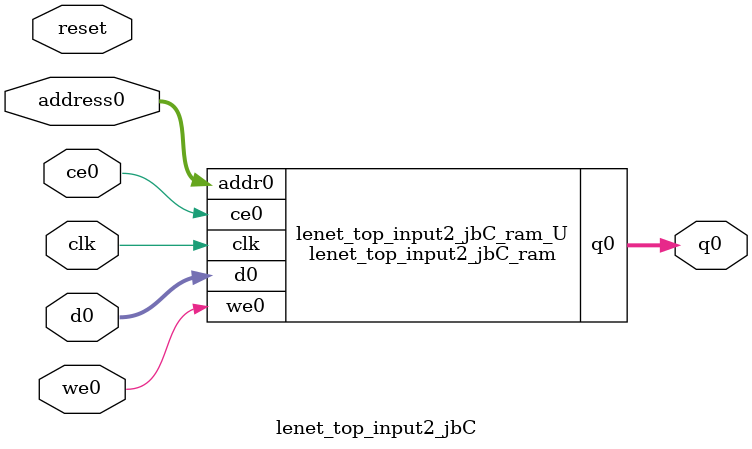
<source format=v>
`timescale 1 ns / 1 ps
module lenet_top_input2_jbC_ram (addr0, ce0, d0, we0, q0,  clk);

parameter DWIDTH = 32;
parameter AWIDTH = 13;
parameter MEM_SIZE = 4704;

input[AWIDTH-1:0] addr0;
input ce0;
input[DWIDTH-1:0] d0;
input we0;
output reg[DWIDTH-1:0] q0;
input clk;

(* ram_style = "block" *)reg [DWIDTH-1:0] ram[0:MEM_SIZE-1];




always @(posedge clk)  
begin 
    if (ce0) 
    begin
        if (we0) 
        begin 
            ram[addr0] <= d0; 
        end 
        q0 <= ram[addr0];
    end
end


endmodule

`timescale 1 ns / 1 ps
module lenet_top_input2_jbC(
    reset,
    clk,
    address0,
    ce0,
    we0,
    d0,
    q0);

parameter DataWidth = 32'd32;
parameter AddressRange = 32'd4704;
parameter AddressWidth = 32'd13;
input reset;
input clk;
input[AddressWidth - 1:0] address0;
input ce0;
input we0;
input[DataWidth - 1:0] d0;
output[DataWidth - 1:0] q0;



lenet_top_input2_jbC_ram lenet_top_input2_jbC_ram_U(
    .clk( clk ),
    .addr0( address0 ),
    .ce0( ce0 ),
    .we0( we0 ),
    .d0( d0 ),
    .q0( q0 ));

endmodule


</source>
